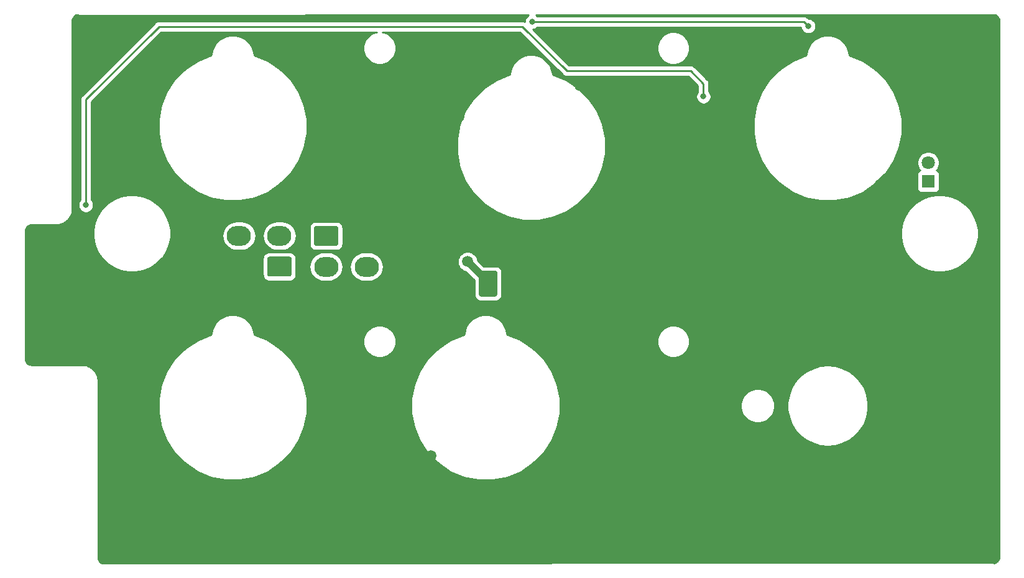
<source format=gbr>
%TF.GenerationSoftware,KiCad,Pcbnew,(5.1.12-1-10_14)*%
%TF.CreationDate,2021-11-27T18:06:18+11:00*%
%TF.ProjectId,SIM CNTL Panel PCB V2,53494d20-434e-4544-9c20-50616e656c20,rev?*%
%TF.SameCoordinates,Original*%
%TF.FileFunction,Copper,L2,Bot*%
%TF.FilePolarity,Positive*%
%FSLAX46Y46*%
G04 Gerber Fmt 4.6, Leading zero omitted, Abs format (unit mm)*
G04 Created by KiCad (PCBNEW (5.1.12-1-10_14)) date 2021-11-27 18:06:18*
%MOMM*%
%LPD*%
G01*
G04 APERTURE LIST*
%TA.AperFunction,ComponentPad*%
%ADD10O,3.300000X2.700000*%
%TD*%
%TA.AperFunction,ComponentPad*%
%ADD11C,1.800000*%
%TD*%
%TA.AperFunction,ComponentPad*%
%ADD12R,1.800000X1.800000*%
%TD*%
%TA.AperFunction,ViaPad*%
%ADD13C,1.500000*%
%TD*%
%TA.AperFunction,ViaPad*%
%ADD14C,0.800000*%
%TD*%
%TA.AperFunction,Conductor*%
%ADD15C,1.000000*%
%TD*%
%TA.AperFunction,Conductor*%
%ADD16C,0.250000*%
%TD*%
%TA.AperFunction,Conductor*%
%ADD17C,0.254000*%
%TD*%
%TA.AperFunction,Conductor*%
%ADD18C,0.100000*%
%TD*%
G04 APERTURE END LIST*
D10*
%TO.P,J1,4*%
%TO.N,/DATAIN*%
X110865000Y-83592600D03*
%TO.P,J1,3*%
%TO.N,/LEDGND*%
X110865000Y-87792600D03*
%TO.P,J1,2*%
%TO.N,/LED+5V*%
X116365000Y-83592600D03*
%TO.P,J1,1*%
%TA.AperFunction,ComponentPad*%
G36*
G01*
X117764999Y-89142600D02*
X114965001Y-89142600D01*
G75*
G02*
X114715000Y-88892599I0J250001D01*
G01*
X114715000Y-86692601D01*
G75*
G02*
X114965001Y-86442600I250001J0D01*
G01*
X117764999Y-86442600D01*
G75*
G02*
X118015000Y-86692601I0J-250001D01*
G01*
X118015000Y-88892599D01*
G75*
G02*
X117764999Y-89142600I-250001J0D01*
G01*
G37*
%TD.AperFunction*%
%TD*%
%TO.P,J2,4*%
%TO.N,/DATAOUT*%
X128225000Y-87809200D03*
%TO.P,J2,3*%
%TO.N,/LEDGND*%
X128225000Y-83609200D03*
%TO.P,J2,2*%
%TO.N,/LED+5V*%
X122725000Y-87809200D03*
%TO.P,J2,1*%
%TA.AperFunction,ComponentPad*%
G36*
G01*
X121325001Y-82259200D02*
X124124999Y-82259200D01*
G75*
G02*
X124375000Y-82509201I0J-250001D01*
G01*
X124375000Y-84709199D01*
G75*
G02*
X124124999Y-84959200I-250001J0D01*
G01*
X121325001Y-84959200D01*
G75*
G02*
X121075000Y-84709199I0J250001D01*
G01*
X121075000Y-82509201D01*
G75*
G02*
X121325001Y-82259200I250001J0D01*
G01*
G37*
%TD.AperFunction*%
%TD*%
D11*
%TO.P,D1,2*%
%TO.N,/LED+5V*%
X204725000Y-73625000D03*
D12*
%TO.P,D1,1*%
%TO.N,Net-(D1-Pad1)*%
X204725000Y-76165000D03*
%TD*%
%TO.P,C1,2*%
%TO.N,/LEDGND*%
%TA.AperFunction,SMDPad,CuDef*%
G36*
G01*
X145780000Y-85368000D02*
X143780000Y-85368000D01*
G75*
G02*
X143530000Y-85118000I0J250000D01*
G01*
X143530000Y-82118000D01*
G75*
G02*
X143780000Y-81868000I250000J0D01*
G01*
X145780000Y-81868000D01*
G75*
G02*
X146030000Y-82118000I0J-250000D01*
G01*
X146030000Y-85118000D01*
G75*
G02*
X145780000Y-85368000I-250000J0D01*
G01*
G37*
%TD.AperFunction*%
%TO.P,C1,1*%
%TO.N,/LED+5V*%
%TA.AperFunction,SMDPad,CuDef*%
G36*
G01*
X145780000Y-91868000D02*
X143780000Y-91868000D01*
G75*
G02*
X143530000Y-91618000I0J250000D01*
G01*
X143530000Y-88618000D01*
G75*
G02*
X143780000Y-88368000I250000J0D01*
G01*
X145780000Y-88368000D01*
G75*
G02*
X146030000Y-88618000I0J-250000D01*
G01*
X146030000Y-91618000D01*
G75*
G02*
X145780000Y-91868000I-250000J0D01*
G01*
G37*
%TD.AperFunction*%
%TD*%
D13*
%TO.N,/LEDGND*%
X98024800Y-103963800D03*
X142003800Y-92743200D03*
X140798600Y-67360700D03*
X182656700Y-99369300D03*
X198230400Y-76589200D03*
X100276100Y-74503600D03*
X149923000Y-93074000D03*
X134278300Y-93068900D03*
X178797300Y-66546800D03*
X169071100Y-108131300D03*
X182589600Y-94051900D03*
X173976600Y-112146900D03*
X180667900Y-75205300D03*
X184996100Y-58733600D03*
X145668500Y-61126600D03*
X104978800Y-58082300D03*
X137000000Y-113600000D03*
X91687600Y-99537600D03*
X91350000Y-93050000D03*
X90100000Y-87850000D03*
X95200000Y-71050000D03*
X115400000Y-79900000D03*
X125750000Y-69950000D03*
X124600000Y-61600000D03*
X135950000Y-71950000D03*
X136350000Y-80050000D03*
X142350000Y-81550000D03*
X156150000Y-82200000D03*
X157309600Y-63094000D03*
X119050000Y-94550000D03*
X105375000Y-95075000D03*
X98230500Y-111865500D03*
X107537500Y-122687500D03*
X119900000Y-119700000D03*
X125412500Y-108337500D03*
X182150000Y-122850000D03*
X174800000Y-125350000D03*
X160050000Y-108050000D03*
X155450000Y-97900000D03*
X162550000Y-92250000D03*
X154300000Y-118650000D03*
X142350000Y-121650000D03*
X196950000Y-125000000D03*
X202200000Y-123150000D03*
X209275000Y-125075000D03*
X213275000Y-112250000D03*
X205000000Y-112125000D03*
X211100000Y-97100000D03*
X206614100Y-99585900D03*
X203375000Y-93900000D03*
X195175000Y-95950000D03*
X195475000Y-88275000D03*
X190775000Y-83475000D03*
X206725000Y-70125000D03*
X202750000Y-58725000D03*
X164925000Y-73375000D03*
D14*
X118610000Y-60560000D03*
D13*
X175190000Y-78770000D03*
X99810000Y-62810000D03*
%TO.N,/LED+5V*%
X141986000Y-87122000D03*
D14*
%TO.N,Net-(D18-Pad2)*%
X150800000Y-54400000D03*
X188400000Y-55000000D03*
%TO.N,Net-(D26-Pad2)*%
X174100000Y-64600000D03*
X90000000Y-79400000D03*
%TD*%
D15*
%TO.N,/LED+5V*%
X144780000Y-90118000D02*
X144780000Y-89916000D01*
X144780000Y-89916000D02*
X141986000Y-87122000D01*
X141986000Y-87122000D02*
X141986000Y-87122000D01*
D16*
%TO.N,Net-(D18-Pad2)*%
X150800000Y-54400000D02*
X187800000Y-54400000D01*
X187800000Y-54400000D02*
X188400000Y-55000000D01*
X188400000Y-55000000D02*
X188400000Y-55000000D01*
%TO.N,Net-(D26-Pad2)*%
X155496044Y-61107210D02*
X149435824Y-55046990D01*
X149435824Y-55046990D02*
X99953010Y-55046990D01*
X90000000Y-65000000D02*
X90000000Y-79400000D01*
X99953010Y-55046990D02*
X90000000Y-65000000D01*
X174100000Y-64600000D02*
X174100000Y-62825000D01*
X174100000Y-62825000D02*
X172382210Y-61107210D01*
X172382210Y-61107210D02*
X155496044Y-61107210D01*
%TD*%
D17*
%TO.N,/LEDGND*%
X213830901Y-53481653D02*
X213974929Y-53558234D01*
X214101340Y-53661333D01*
X214205318Y-53787019D01*
X214282903Y-53930510D01*
X214331139Y-54086335D01*
X214350999Y-54275293D01*
X214351377Y-127374113D01*
X214332293Y-127568744D01*
X214285146Y-127724902D01*
X214208566Y-127868929D01*
X214105467Y-127995341D01*
X213979781Y-128099317D01*
X213836288Y-128176904D01*
X213724605Y-128211476D01*
X213622579Y-128180574D01*
X213514595Y-128169984D01*
X92470386Y-128221192D01*
X92362410Y-128231873D01*
X92278806Y-128257272D01*
X92188298Y-128229946D01*
X92044271Y-128153366D01*
X91917859Y-128050267D01*
X91813883Y-127924581D01*
X91736296Y-127781088D01*
X91688061Y-127625265D01*
X91668201Y-127436309D01*
X91668199Y-105772675D01*
X99869995Y-105772675D01*
X99869995Y-107767519D01*
X100259170Y-109724034D01*
X101022564Y-111567030D01*
X102130841Y-113225683D01*
X103541409Y-114636251D01*
X105200062Y-115744528D01*
X107043058Y-116507922D01*
X108999573Y-116897097D01*
X110994417Y-116897097D01*
X112950932Y-116507922D01*
X114793928Y-115744528D01*
X116452581Y-114636251D01*
X117863149Y-113225683D01*
X118971426Y-111567030D01*
X119734820Y-109724034D01*
X120123995Y-107767519D01*
X120123995Y-105772675D01*
X134309009Y-105772675D01*
X134309009Y-107767519D01*
X134698184Y-109724034D01*
X135461578Y-111567030D01*
X136569855Y-113225683D01*
X137980423Y-114636251D01*
X139639076Y-115744528D01*
X141482072Y-116507922D01*
X143438587Y-116897097D01*
X145433431Y-116897097D01*
X147389946Y-116507922D01*
X149232942Y-115744528D01*
X150891595Y-114636251D01*
X152302163Y-113225683D01*
X153410440Y-111567030D01*
X154173834Y-109724034D01*
X154563009Y-107767519D01*
X154563009Y-106540492D01*
X179166776Y-106540492D01*
X179166776Y-106999702D01*
X179256363Y-107450089D01*
X179432095Y-107874343D01*
X179687219Y-108256163D01*
X180011929Y-108580873D01*
X180393749Y-108835997D01*
X180818003Y-109011729D01*
X181268390Y-109101316D01*
X181727600Y-109101316D01*
X182177987Y-109011729D01*
X182602241Y-108835997D01*
X182984061Y-108580873D01*
X183308771Y-108256163D01*
X183563895Y-107874343D01*
X183739627Y-107450089D01*
X183829214Y-106999702D01*
X183829214Y-106540492D01*
X183773622Y-106261006D01*
X185529032Y-106261006D01*
X185529032Y-107279188D01*
X185716122Y-108280033D01*
X186083932Y-109229458D01*
X186619935Y-110095134D01*
X187305879Y-110847579D01*
X188118406Y-111461170D01*
X189029844Y-111915013D01*
X190009157Y-112193651D01*
X191022995Y-112287597D01*
X192036833Y-112193651D01*
X193016146Y-111915013D01*
X193927584Y-111461170D01*
X194740111Y-110847579D01*
X195426055Y-110095134D01*
X195962058Y-109229458D01*
X196329868Y-108280033D01*
X196516958Y-107279188D01*
X196516958Y-106261006D01*
X196329868Y-105260161D01*
X195962058Y-104310736D01*
X195426055Y-103445060D01*
X194740111Y-102692615D01*
X193927584Y-102079024D01*
X193016146Y-101625181D01*
X192036833Y-101346543D01*
X191022995Y-101252597D01*
X190009157Y-101346543D01*
X189029844Y-101625181D01*
X188118406Y-102079024D01*
X187305879Y-102692615D01*
X186619935Y-103445060D01*
X186083932Y-104310736D01*
X185716122Y-105260161D01*
X185529032Y-106261006D01*
X183773622Y-106261006D01*
X183739627Y-106090105D01*
X183563895Y-105665851D01*
X183308771Y-105284031D01*
X182984061Y-104959321D01*
X182602241Y-104704197D01*
X182177987Y-104528465D01*
X181727600Y-104438878D01*
X181268390Y-104438878D01*
X180818003Y-104528465D01*
X180393749Y-104704197D01*
X180011929Y-104959321D01*
X179687219Y-105284031D01*
X179432095Y-105665851D01*
X179256363Y-106090105D01*
X179166776Y-106540492D01*
X154563009Y-106540492D01*
X154563009Y-105772675D01*
X154173834Y-103816160D01*
X153410440Y-101973164D01*
X152302163Y-100314511D01*
X150891595Y-98903943D01*
X149232942Y-97795666D01*
X149198554Y-97781422D01*
X167780738Y-97781422D01*
X167780738Y-98218578D01*
X167866023Y-98647335D01*
X168033316Y-99051215D01*
X168276187Y-99414697D01*
X168585303Y-99723813D01*
X168948785Y-99966684D01*
X169352665Y-100133977D01*
X169781422Y-100219262D01*
X170218578Y-100219262D01*
X170647335Y-100133977D01*
X171051215Y-99966684D01*
X171414697Y-99723813D01*
X171723813Y-99414697D01*
X171966684Y-99051215D01*
X172133977Y-98647335D01*
X172219262Y-98218578D01*
X172219262Y-97781422D01*
X172133977Y-97352665D01*
X171966684Y-96948785D01*
X171723813Y-96585303D01*
X171414697Y-96276187D01*
X171051215Y-96033316D01*
X170647335Y-95866023D01*
X170218578Y-95780738D01*
X169781422Y-95780738D01*
X169352665Y-95866023D01*
X168948785Y-96033316D01*
X168585303Y-96276187D01*
X168276187Y-96585303D01*
X168033316Y-96948785D01*
X167866023Y-97352665D01*
X167780738Y-97781422D01*
X149198554Y-97781422D01*
X147389946Y-97032272D01*
X147349009Y-97024129D01*
X147349009Y-96958192D01*
X147237064Y-96395406D01*
X147017476Y-95865274D01*
X146698684Y-95388168D01*
X146292938Y-94982422D01*
X145815832Y-94663630D01*
X145285700Y-94444042D01*
X144722914Y-94332097D01*
X144149104Y-94332097D01*
X143586318Y-94444042D01*
X143056186Y-94663630D01*
X142579080Y-94982422D01*
X142173334Y-95388168D01*
X141854542Y-95865274D01*
X141634954Y-96395406D01*
X141523009Y-96958192D01*
X141523009Y-97024129D01*
X141482072Y-97032272D01*
X139639076Y-97795666D01*
X137980423Y-98903943D01*
X136569855Y-100314511D01*
X135461578Y-101973164D01*
X134698184Y-103816160D01*
X134309009Y-105772675D01*
X120123995Y-105772675D01*
X119734820Y-103816160D01*
X118971426Y-101973164D01*
X117863149Y-100314511D01*
X116452581Y-98903943D01*
X114793928Y-97795666D01*
X114759540Y-97781422D01*
X127780738Y-97781422D01*
X127780738Y-98218578D01*
X127866023Y-98647335D01*
X128033316Y-99051215D01*
X128276187Y-99414697D01*
X128585303Y-99723813D01*
X128948785Y-99966684D01*
X129352665Y-100133977D01*
X129781422Y-100219262D01*
X130218578Y-100219262D01*
X130647335Y-100133977D01*
X131051215Y-99966684D01*
X131414697Y-99723813D01*
X131723813Y-99414697D01*
X131966684Y-99051215D01*
X132133977Y-98647335D01*
X132219262Y-98218578D01*
X132219262Y-97781422D01*
X132133977Y-97352665D01*
X131966684Y-96948785D01*
X131723813Y-96585303D01*
X131414697Y-96276187D01*
X131051215Y-96033316D01*
X130647335Y-95866023D01*
X130218578Y-95780738D01*
X129781422Y-95780738D01*
X129352665Y-95866023D01*
X128948785Y-96033316D01*
X128585303Y-96276187D01*
X128276187Y-96585303D01*
X128033316Y-96948785D01*
X127866023Y-97352665D01*
X127780738Y-97781422D01*
X114759540Y-97781422D01*
X112950932Y-97032272D01*
X112909995Y-97024129D01*
X112909995Y-96958192D01*
X112798050Y-96395406D01*
X112578462Y-95865274D01*
X112259670Y-95388168D01*
X111853924Y-94982422D01*
X111376818Y-94663630D01*
X110846686Y-94444042D01*
X110283900Y-94332097D01*
X109710090Y-94332097D01*
X109147304Y-94444042D01*
X108617172Y-94663630D01*
X108140066Y-94982422D01*
X107734320Y-95388168D01*
X107415528Y-95865274D01*
X107195940Y-96395406D01*
X107083995Y-96958192D01*
X107083995Y-97024129D01*
X107043058Y-97032272D01*
X105200062Y-97795666D01*
X103541409Y-98903943D01*
X102130841Y-100314511D01*
X101022564Y-101973164D01*
X100259170Y-103816160D01*
X99869995Y-105772675D01*
X91668199Y-105772675D01*
X91668198Y-103388828D01*
X91668519Y-103347227D01*
X91665596Y-103314842D01*
X91665823Y-103282318D01*
X91664924Y-103273147D01*
X91634345Y-102982201D01*
X91622313Y-102923585D01*
X91611107Y-102864841D01*
X91608443Y-102856019D01*
X91521933Y-102576553D01*
X91498759Y-102521426D01*
X91476345Y-102465948D01*
X91472019Y-102457812D01*
X91332876Y-102200471D01*
X91299418Y-102150868D01*
X91266669Y-102100822D01*
X91260844Y-102093680D01*
X91074367Y-101868269D01*
X91031933Y-101826130D01*
X90990070Y-101783381D01*
X90982969Y-101777507D01*
X90756260Y-101592607D01*
X90706434Y-101559502D01*
X90657076Y-101525706D01*
X90648970Y-101521324D01*
X90390664Y-101383981D01*
X90335398Y-101361202D01*
X90280377Y-101337620D01*
X90271574Y-101334896D01*
X89991512Y-101250341D01*
X89932839Y-101238724D01*
X89874322Y-101226285D01*
X89865157Y-101225322D01*
X89574004Y-101196774D01*
X89573997Y-101196774D01*
X89541946Y-101193621D01*
X82633049Y-101194373D01*
X82438456Y-101175293D01*
X82282298Y-101128146D01*
X82138271Y-101051566D01*
X82011859Y-100948467D01*
X81907883Y-100822781D01*
X81830296Y-100679288D01*
X81782061Y-100523465D01*
X81762201Y-100334505D01*
X81761824Y-82963276D01*
X81780907Y-82768656D01*
X81784921Y-82755358D01*
X91003995Y-82755358D01*
X91003995Y-83794836D01*
X91206787Y-84814341D01*
X91604578Y-85774694D01*
X92182082Y-86638988D01*
X92917104Y-87374010D01*
X93781398Y-87951514D01*
X94741751Y-88349305D01*
X95761256Y-88552097D01*
X96800734Y-88552097D01*
X97820239Y-88349305D01*
X98780592Y-87951514D01*
X99644886Y-87374010D01*
X100326295Y-86692601D01*
X114076928Y-86692601D01*
X114076928Y-88892599D01*
X114093992Y-89065853D01*
X114144529Y-89232450D01*
X114226595Y-89385986D01*
X114337039Y-89520561D01*
X114471614Y-89631005D01*
X114625150Y-89713071D01*
X114791747Y-89763608D01*
X114965001Y-89780672D01*
X117764999Y-89780672D01*
X117938253Y-89763608D01*
X118104850Y-89713071D01*
X118258386Y-89631005D01*
X118392961Y-89520561D01*
X118503405Y-89385986D01*
X118585471Y-89232450D01*
X118636008Y-89065853D01*
X118653072Y-88892599D01*
X118653072Y-87809200D01*
X120430396Y-87809200D01*
X120468722Y-88198328D01*
X120582226Y-88572502D01*
X120766547Y-88917343D01*
X121014602Y-89219598D01*
X121316857Y-89467653D01*
X121661698Y-89651974D01*
X122035872Y-89765478D01*
X122327490Y-89794200D01*
X123122510Y-89794200D01*
X123414128Y-89765478D01*
X123788302Y-89651974D01*
X124133143Y-89467653D01*
X124435398Y-89219598D01*
X124683453Y-88917343D01*
X124867774Y-88572502D01*
X124981278Y-88198328D01*
X125019604Y-87809200D01*
X125930396Y-87809200D01*
X125968722Y-88198328D01*
X126082226Y-88572502D01*
X126266547Y-88917343D01*
X126514602Y-89219598D01*
X126816857Y-89467653D01*
X127161698Y-89651974D01*
X127535872Y-89765478D01*
X127827490Y-89794200D01*
X128622510Y-89794200D01*
X128914128Y-89765478D01*
X129288302Y-89651974D01*
X129633143Y-89467653D01*
X129935398Y-89219598D01*
X130183453Y-88917343D01*
X130367774Y-88572502D01*
X130481278Y-88198328D01*
X130519604Y-87809200D01*
X130481278Y-87420072D01*
X130367774Y-87045898D01*
X130335539Y-86985589D01*
X140601000Y-86985589D01*
X140601000Y-87258411D01*
X140654225Y-87525989D01*
X140758629Y-87778043D01*
X140910201Y-88004886D01*
X141103114Y-88197799D01*
X141329957Y-88349371D01*
X141582011Y-88453775D01*
X141745080Y-88486212D01*
X142891928Y-89633060D01*
X142891928Y-91618000D01*
X142908992Y-91791254D01*
X142959528Y-91957850D01*
X143041595Y-92111386D01*
X143152038Y-92245962D01*
X143286614Y-92356405D01*
X143440150Y-92438472D01*
X143606746Y-92489008D01*
X143780000Y-92506072D01*
X145780000Y-92506072D01*
X145953254Y-92489008D01*
X146119850Y-92438472D01*
X146273386Y-92356405D01*
X146407962Y-92245962D01*
X146518405Y-92111386D01*
X146600472Y-91957850D01*
X146651008Y-91791254D01*
X146668072Y-91618000D01*
X146668072Y-88618000D01*
X146651008Y-88444746D01*
X146600472Y-88278150D01*
X146518405Y-88124614D01*
X146407962Y-87990038D01*
X146273386Y-87879595D01*
X146119850Y-87797528D01*
X145953254Y-87746992D01*
X145780000Y-87729928D01*
X144199060Y-87729928D01*
X143350212Y-86881080D01*
X143317775Y-86718011D01*
X143213371Y-86465957D01*
X143061799Y-86239114D01*
X142868886Y-86046201D01*
X142642043Y-85894629D01*
X142389989Y-85790225D01*
X142122411Y-85737000D01*
X141849589Y-85737000D01*
X141582011Y-85790225D01*
X141329957Y-85894629D01*
X141103114Y-86046201D01*
X140910201Y-86239114D01*
X140758629Y-86465957D01*
X140654225Y-86718011D01*
X140601000Y-86985589D01*
X130335539Y-86985589D01*
X130183453Y-86701057D01*
X129935398Y-86398802D01*
X129633143Y-86150747D01*
X129288302Y-85966426D01*
X128914128Y-85852922D01*
X128622510Y-85824200D01*
X127827490Y-85824200D01*
X127535872Y-85852922D01*
X127161698Y-85966426D01*
X126816857Y-86150747D01*
X126514602Y-86398802D01*
X126266547Y-86701057D01*
X126082226Y-87045898D01*
X125968722Y-87420072D01*
X125930396Y-87809200D01*
X125019604Y-87809200D01*
X124981278Y-87420072D01*
X124867774Y-87045898D01*
X124683453Y-86701057D01*
X124435398Y-86398802D01*
X124133143Y-86150747D01*
X123788302Y-85966426D01*
X123414128Y-85852922D01*
X123122510Y-85824200D01*
X122327490Y-85824200D01*
X122035872Y-85852922D01*
X121661698Y-85966426D01*
X121316857Y-86150747D01*
X121014602Y-86398802D01*
X120766547Y-86701057D01*
X120582226Y-87045898D01*
X120468722Y-87420072D01*
X120430396Y-87809200D01*
X118653072Y-87809200D01*
X118653072Y-86692601D01*
X118636008Y-86519347D01*
X118585471Y-86352750D01*
X118503405Y-86199214D01*
X118392961Y-86064639D01*
X118258386Y-85954195D01*
X118104850Y-85872129D01*
X117938253Y-85821592D01*
X117764999Y-85804528D01*
X114965001Y-85804528D01*
X114791747Y-85821592D01*
X114625150Y-85872129D01*
X114471614Y-85954195D01*
X114337039Y-86064639D01*
X114226595Y-86199214D01*
X114144529Y-86352750D01*
X114093992Y-86519347D01*
X114076928Y-86692601D01*
X100326295Y-86692601D01*
X100379908Y-86638988D01*
X100957412Y-85774694D01*
X101355203Y-84814341D01*
X101557995Y-83794836D01*
X101557995Y-83592600D01*
X108570396Y-83592600D01*
X108608722Y-83981728D01*
X108722226Y-84355902D01*
X108906547Y-84700743D01*
X109154602Y-85002998D01*
X109456857Y-85251053D01*
X109801698Y-85435374D01*
X110175872Y-85548878D01*
X110467490Y-85577600D01*
X111262510Y-85577600D01*
X111554128Y-85548878D01*
X111928302Y-85435374D01*
X112273143Y-85251053D01*
X112575398Y-85002998D01*
X112823453Y-84700743D01*
X113007774Y-84355902D01*
X113121278Y-83981728D01*
X113159604Y-83592600D01*
X114070396Y-83592600D01*
X114108722Y-83981728D01*
X114222226Y-84355902D01*
X114406547Y-84700743D01*
X114654602Y-85002998D01*
X114956857Y-85251053D01*
X115301698Y-85435374D01*
X115675872Y-85548878D01*
X115967490Y-85577600D01*
X116762510Y-85577600D01*
X117054128Y-85548878D01*
X117428302Y-85435374D01*
X117773143Y-85251053D01*
X118075398Y-85002998D01*
X118323453Y-84700743D01*
X118507774Y-84355902D01*
X118621278Y-83981728D01*
X118659604Y-83592600D01*
X118621278Y-83203472D01*
X118507774Y-82829298D01*
X118336679Y-82509201D01*
X120436928Y-82509201D01*
X120436928Y-84709199D01*
X120453992Y-84882453D01*
X120504529Y-85049050D01*
X120586595Y-85202586D01*
X120697039Y-85337161D01*
X120831614Y-85447605D01*
X120985150Y-85529671D01*
X121151747Y-85580208D01*
X121325001Y-85597272D01*
X124124999Y-85597272D01*
X124298253Y-85580208D01*
X124464850Y-85529671D01*
X124618386Y-85447605D01*
X124752961Y-85337161D01*
X124863405Y-85202586D01*
X124945471Y-85049050D01*
X124996008Y-84882453D01*
X125013072Y-84709199D01*
X125013072Y-82755358D01*
X200985994Y-82755358D01*
X200985994Y-83794836D01*
X201188786Y-84814341D01*
X201586577Y-85774694D01*
X202164081Y-86638988D01*
X202899103Y-87374010D01*
X203763397Y-87951514D01*
X204723750Y-88349305D01*
X205743255Y-88552097D01*
X206782733Y-88552097D01*
X207802238Y-88349305D01*
X208762591Y-87951514D01*
X209626885Y-87374010D01*
X210361907Y-86638988D01*
X210939411Y-85774694D01*
X211337202Y-84814341D01*
X211539994Y-83794836D01*
X211539994Y-82755358D01*
X211337202Y-81735853D01*
X210939411Y-80775500D01*
X210361907Y-79911206D01*
X209626885Y-79176184D01*
X208762591Y-78598680D01*
X207802238Y-78200889D01*
X206782733Y-77998097D01*
X205743255Y-77998097D01*
X204723750Y-78200889D01*
X203763397Y-78598680D01*
X202899103Y-79176184D01*
X202164081Y-79911206D01*
X201586577Y-80775500D01*
X201188786Y-81735853D01*
X200985994Y-82755358D01*
X125013072Y-82755358D01*
X125013072Y-82509201D01*
X124996008Y-82335947D01*
X124945471Y-82169350D01*
X124863405Y-82015814D01*
X124752961Y-81881239D01*
X124618386Y-81770795D01*
X124464850Y-81688729D01*
X124298253Y-81638192D01*
X124124999Y-81621128D01*
X121325001Y-81621128D01*
X121151747Y-81638192D01*
X120985150Y-81688729D01*
X120831614Y-81770795D01*
X120697039Y-81881239D01*
X120586595Y-82015814D01*
X120504529Y-82169350D01*
X120453992Y-82335947D01*
X120436928Y-82509201D01*
X118336679Y-82509201D01*
X118323453Y-82484457D01*
X118075398Y-82182202D01*
X117773143Y-81934147D01*
X117428302Y-81749826D01*
X117054128Y-81636322D01*
X116762510Y-81607600D01*
X115967490Y-81607600D01*
X115675872Y-81636322D01*
X115301698Y-81749826D01*
X114956857Y-81934147D01*
X114654602Y-82182202D01*
X114406547Y-82484457D01*
X114222226Y-82829298D01*
X114108722Y-83203472D01*
X114070396Y-83592600D01*
X113159604Y-83592600D01*
X113121278Y-83203472D01*
X113007774Y-82829298D01*
X112823453Y-82484457D01*
X112575398Y-82182202D01*
X112273143Y-81934147D01*
X111928302Y-81749826D01*
X111554128Y-81636322D01*
X111262510Y-81607600D01*
X110467490Y-81607600D01*
X110175872Y-81636322D01*
X109801698Y-81749826D01*
X109456857Y-81934147D01*
X109154602Y-82182202D01*
X108906547Y-82484457D01*
X108722226Y-82829298D01*
X108608722Y-83203472D01*
X108570396Y-83592600D01*
X101557995Y-83592600D01*
X101557995Y-82755358D01*
X101355203Y-81735853D01*
X100957412Y-80775500D01*
X100379908Y-79911206D01*
X99644886Y-79176184D01*
X98780592Y-78598680D01*
X97820239Y-78200889D01*
X96800734Y-77998097D01*
X95761256Y-77998097D01*
X94741751Y-78200889D01*
X93781398Y-78598680D01*
X92917104Y-79176184D01*
X92182082Y-79911206D01*
X91604578Y-80775500D01*
X91206787Y-81735853D01*
X91003995Y-82755358D01*
X81784921Y-82755358D01*
X81828053Y-82612499D01*
X81904634Y-82468471D01*
X82007733Y-82342060D01*
X82133419Y-82238082D01*
X82276910Y-82160497D01*
X82432735Y-82112261D01*
X82621692Y-82092401D01*
X85968175Y-82092398D01*
X86009773Y-82092719D01*
X86042158Y-82089796D01*
X86074682Y-82090023D01*
X86083853Y-82089124D01*
X86374800Y-82058545D01*
X86433416Y-82046513D01*
X86492160Y-82035307D01*
X86500982Y-82032643D01*
X86780447Y-81946133D01*
X86835611Y-81922944D01*
X86891051Y-81900545D01*
X86899188Y-81896219D01*
X87156528Y-81757076D01*
X87206114Y-81723630D01*
X87256178Y-81690869D01*
X87263319Y-81685045D01*
X87488731Y-81498567D01*
X87530870Y-81456133D01*
X87573619Y-81414270D01*
X87579493Y-81407169D01*
X87764393Y-81180460D01*
X87797505Y-81130623D01*
X87831293Y-81081276D01*
X87835676Y-81073170D01*
X87973019Y-80814864D01*
X87995798Y-80759598D01*
X88019380Y-80704577D01*
X88022104Y-80695774D01*
X88106659Y-80415711D01*
X88118275Y-80357046D01*
X88130715Y-80298522D01*
X88131678Y-80289357D01*
X88153902Y-80062700D01*
X88153957Y-80062518D01*
X88160058Y-79999917D01*
X88160226Y-79998204D01*
X88160226Y-79998194D01*
X88163408Y-79965544D01*
X88137256Y-54311751D01*
X88156307Y-54117456D01*
X88203453Y-53961299D01*
X88280034Y-53817271D01*
X88383133Y-53690860D01*
X88508819Y-53586882D01*
X88652310Y-53509297D01*
X88764008Y-53474720D01*
X88865864Y-53505595D01*
X88973847Y-53516208D01*
X150278734Y-53503515D01*
X150140226Y-53596063D01*
X149996063Y-53740226D01*
X149882795Y-53909744D01*
X149804774Y-54098102D01*
X149765000Y-54298061D01*
X149765000Y-54361183D01*
X149728071Y-54341444D01*
X149584810Y-54297987D01*
X149473157Y-54286990D01*
X149473146Y-54286990D01*
X149435824Y-54283314D01*
X149398502Y-54286990D01*
X99990335Y-54286990D01*
X99953010Y-54283314D01*
X99915685Y-54286990D01*
X99915677Y-54286990D01*
X99804024Y-54297987D01*
X99660763Y-54341444D01*
X99528734Y-54412016D01*
X99413009Y-54506989D01*
X99389211Y-54535987D01*
X89489003Y-64436196D01*
X89459999Y-64459999D01*
X89428763Y-64498061D01*
X89365026Y-64575724D01*
X89341078Y-64620527D01*
X89294454Y-64707754D01*
X89250997Y-64851015D01*
X89240000Y-64962668D01*
X89240000Y-64962678D01*
X89236324Y-65000000D01*
X89240000Y-65037322D01*
X89240001Y-78696288D01*
X89196063Y-78740226D01*
X89082795Y-78909744D01*
X89004774Y-79098102D01*
X88965000Y-79298061D01*
X88965000Y-79501939D01*
X89004774Y-79701898D01*
X89082795Y-79890256D01*
X89196063Y-80059774D01*
X89340226Y-80203937D01*
X89509744Y-80317205D01*
X89698102Y-80395226D01*
X89898061Y-80435000D01*
X90101939Y-80435000D01*
X90301898Y-80395226D01*
X90490256Y-80317205D01*
X90659774Y-80203937D01*
X90803937Y-80059774D01*
X90917205Y-79890256D01*
X90995226Y-79701898D01*
X91035000Y-79501939D01*
X91035000Y-79298061D01*
X90995226Y-79098102D01*
X90917205Y-78909744D01*
X90803937Y-78740226D01*
X90760000Y-78696289D01*
X90760000Y-67672675D01*
X99869995Y-67672675D01*
X99869995Y-69667519D01*
X100259170Y-71624034D01*
X101022564Y-73467030D01*
X102130841Y-75125683D01*
X103541409Y-76536251D01*
X105200062Y-77644528D01*
X107043058Y-78407922D01*
X108999573Y-78797097D01*
X110994417Y-78797097D01*
X112950932Y-78407922D01*
X114793928Y-77644528D01*
X116452581Y-76536251D01*
X117863149Y-75125683D01*
X118971426Y-73467030D01*
X119734820Y-71624034D01*
X119990294Y-70339675D01*
X140509995Y-70339675D01*
X140509995Y-72334519D01*
X140899170Y-74291034D01*
X141662564Y-76134030D01*
X142770841Y-77792683D01*
X144181409Y-79203251D01*
X145840062Y-80311528D01*
X147683058Y-81074922D01*
X149639573Y-81464097D01*
X151634417Y-81464097D01*
X153590932Y-81074922D01*
X155433928Y-80311528D01*
X157092581Y-79203251D01*
X158503149Y-77792683D01*
X159611426Y-76134030D01*
X160374820Y-74291034D01*
X160763995Y-72334519D01*
X160763995Y-70339675D01*
X160374820Y-68383160D01*
X160080528Y-67672675D01*
X180895995Y-67672675D01*
X180895995Y-69667519D01*
X181285170Y-71624034D01*
X182048564Y-73467030D01*
X183156841Y-75125683D01*
X184567409Y-76536251D01*
X186226062Y-77644528D01*
X188069058Y-78407922D01*
X190025573Y-78797097D01*
X192020417Y-78797097D01*
X193976932Y-78407922D01*
X195819928Y-77644528D01*
X197478581Y-76536251D01*
X198749832Y-75265000D01*
X203186928Y-75265000D01*
X203186928Y-77065000D01*
X203199188Y-77189482D01*
X203235498Y-77309180D01*
X203294463Y-77419494D01*
X203373815Y-77516185D01*
X203470506Y-77595537D01*
X203580820Y-77654502D01*
X203700518Y-77690812D01*
X203825000Y-77703072D01*
X205625000Y-77703072D01*
X205749482Y-77690812D01*
X205869180Y-77654502D01*
X205979494Y-77595537D01*
X206076185Y-77516185D01*
X206155537Y-77419494D01*
X206214502Y-77309180D01*
X206250812Y-77189482D01*
X206263072Y-77065000D01*
X206263072Y-75265000D01*
X206250812Y-75140518D01*
X206214502Y-75020820D01*
X206155537Y-74910506D01*
X206076185Y-74813815D01*
X205979494Y-74734463D01*
X205869180Y-74675498D01*
X205850873Y-74669944D01*
X205917312Y-74603505D01*
X206085299Y-74352095D01*
X206201011Y-74072743D01*
X206260000Y-73776184D01*
X206260000Y-73473816D01*
X206201011Y-73177257D01*
X206085299Y-72897905D01*
X205917312Y-72646495D01*
X205703505Y-72432688D01*
X205452095Y-72264701D01*
X205172743Y-72148989D01*
X204876184Y-72090000D01*
X204573816Y-72090000D01*
X204277257Y-72148989D01*
X203997905Y-72264701D01*
X203746495Y-72432688D01*
X203532688Y-72646495D01*
X203364701Y-72897905D01*
X203248989Y-73177257D01*
X203190000Y-73473816D01*
X203190000Y-73776184D01*
X203248989Y-74072743D01*
X203364701Y-74352095D01*
X203532688Y-74603505D01*
X203599127Y-74669944D01*
X203580820Y-74675498D01*
X203470506Y-74734463D01*
X203373815Y-74813815D01*
X203294463Y-74910506D01*
X203235498Y-75020820D01*
X203199188Y-75140518D01*
X203186928Y-75265000D01*
X198749832Y-75265000D01*
X198889149Y-75125683D01*
X199997426Y-73467030D01*
X200760820Y-71624034D01*
X201149995Y-69667519D01*
X201149995Y-67672675D01*
X200760820Y-65716160D01*
X199997426Y-63873164D01*
X198889149Y-62214511D01*
X197478581Y-60803943D01*
X195819928Y-59695666D01*
X193976932Y-58932272D01*
X193935995Y-58924129D01*
X193935995Y-58858192D01*
X193824050Y-58295406D01*
X193604462Y-57765274D01*
X193285670Y-57288168D01*
X192879924Y-56882422D01*
X192402818Y-56563630D01*
X191872686Y-56344042D01*
X191309900Y-56232097D01*
X190736090Y-56232097D01*
X190173304Y-56344042D01*
X189643172Y-56563630D01*
X189166066Y-56882422D01*
X188760320Y-57288168D01*
X188441528Y-57765274D01*
X188221940Y-58295406D01*
X188109995Y-58858192D01*
X188109995Y-58924129D01*
X188069058Y-58932272D01*
X186226062Y-59695666D01*
X184567409Y-60803943D01*
X183156841Y-62214511D01*
X182048564Y-63873164D01*
X181285170Y-65716160D01*
X180895995Y-67672675D01*
X160080528Y-67672675D01*
X159611426Y-66540164D01*
X158503149Y-64881511D01*
X157092581Y-63470943D01*
X155433928Y-62362666D01*
X153590932Y-61599272D01*
X153549995Y-61591129D01*
X153549995Y-61525192D01*
X153438050Y-60962406D01*
X153218462Y-60432274D01*
X152899670Y-59955168D01*
X152493924Y-59549422D01*
X152016818Y-59230630D01*
X151486686Y-59011042D01*
X150923900Y-58899097D01*
X150350090Y-58899097D01*
X149787304Y-59011042D01*
X149257172Y-59230630D01*
X148780066Y-59549422D01*
X148374320Y-59955168D01*
X148055528Y-60432274D01*
X147835940Y-60962406D01*
X147723995Y-61525192D01*
X147723995Y-61591129D01*
X147683058Y-61599272D01*
X145840062Y-62362666D01*
X144181409Y-63470943D01*
X142770841Y-64881511D01*
X141662564Y-66540164D01*
X140899170Y-68383160D01*
X140509995Y-70339675D01*
X119990294Y-70339675D01*
X120123995Y-69667519D01*
X120123995Y-67672675D01*
X119734820Y-65716160D01*
X118971426Y-63873164D01*
X117863149Y-62214511D01*
X116452581Y-60803943D01*
X114793928Y-59695666D01*
X112950932Y-58932272D01*
X112909995Y-58924129D01*
X112909995Y-58858192D01*
X112798050Y-58295406D01*
X112578462Y-57765274D01*
X112259670Y-57288168D01*
X111853924Y-56882422D01*
X111376818Y-56563630D01*
X110846686Y-56344042D01*
X110283900Y-56232097D01*
X109710090Y-56232097D01*
X109147304Y-56344042D01*
X108617172Y-56563630D01*
X108140066Y-56882422D01*
X107734320Y-57288168D01*
X107415528Y-57765274D01*
X107195940Y-58295406D01*
X107083995Y-58858192D01*
X107083995Y-58924129D01*
X107043058Y-58932272D01*
X105200062Y-59695666D01*
X103541409Y-60803943D01*
X102130841Y-62214511D01*
X101022564Y-63873164D01*
X100259170Y-65716160D01*
X99869995Y-67672675D01*
X90760000Y-67672675D01*
X90760000Y-65314801D01*
X100267812Y-55806990D01*
X129649444Y-55806990D01*
X129352665Y-55866023D01*
X128948785Y-56033316D01*
X128585303Y-56276187D01*
X128276187Y-56585303D01*
X128033316Y-56948785D01*
X127866023Y-57352665D01*
X127780738Y-57781422D01*
X127780738Y-58218578D01*
X127866023Y-58647335D01*
X128033316Y-59051215D01*
X128276187Y-59414697D01*
X128585303Y-59723813D01*
X128948785Y-59966684D01*
X129352665Y-60133977D01*
X129781422Y-60219262D01*
X130218578Y-60219262D01*
X130647335Y-60133977D01*
X131051215Y-59966684D01*
X131414697Y-59723813D01*
X131723813Y-59414697D01*
X131966684Y-59051215D01*
X132133977Y-58647335D01*
X132219262Y-58218578D01*
X132219262Y-57781422D01*
X132133977Y-57352665D01*
X131966684Y-56948785D01*
X131723813Y-56585303D01*
X131414697Y-56276187D01*
X131051215Y-56033316D01*
X130647335Y-55866023D01*
X130350556Y-55806990D01*
X149121023Y-55806990D01*
X154932244Y-61618212D01*
X154956043Y-61647211D01*
X155071768Y-61742184D01*
X155203797Y-61812756D01*
X155347058Y-61856213D01*
X155458711Y-61867210D01*
X155458720Y-61867210D01*
X155496043Y-61870886D01*
X155533366Y-61867210D01*
X172067409Y-61867210D01*
X173340001Y-63139803D01*
X173340000Y-63896289D01*
X173296063Y-63940226D01*
X173182795Y-64109744D01*
X173104774Y-64298102D01*
X173065000Y-64498061D01*
X173065000Y-64701939D01*
X173104774Y-64901898D01*
X173182795Y-65090256D01*
X173296063Y-65259774D01*
X173440226Y-65403937D01*
X173609744Y-65517205D01*
X173798102Y-65595226D01*
X173998061Y-65635000D01*
X174201939Y-65635000D01*
X174401898Y-65595226D01*
X174590256Y-65517205D01*
X174759774Y-65403937D01*
X174903937Y-65259774D01*
X175017205Y-65090256D01*
X175095226Y-64901898D01*
X175135000Y-64701939D01*
X175135000Y-64498061D01*
X175095226Y-64298102D01*
X175017205Y-64109744D01*
X174903937Y-63940226D01*
X174860000Y-63896289D01*
X174860000Y-62862323D01*
X174863676Y-62825000D01*
X174860000Y-62787677D01*
X174860000Y-62787667D01*
X174849003Y-62676014D01*
X174805546Y-62532753D01*
X174734974Y-62400723D01*
X174663799Y-62313997D01*
X174640001Y-62284999D01*
X174611003Y-62261201D01*
X172946014Y-60596213D01*
X172922211Y-60567209D01*
X172806486Y-60472236D01*
X172674457Y-60401664D01*
X172531196Y-60358207D01*
X172419543Y-60347210D01*
X172419532Y-60347210D01*
X172382210Y-60343534D01*
X172344888Y-60347210D01*
X155810846Y-60347210D01*
X153245058Y-57781422D01*
X167780738Y-57781422D01*
X167780738Y-58218578D01*
X167866023Y-58647335D01*
X168033316Y-59051215D01*
X168276187Y-59414697D01*
X168585303Y-59723813D01*
X168948785Y-59966684D01*
X169352665Y-60133977D01*
X169781422Y-60219262D01*
X170218578Y-60219262D01*
X170647335Y-60133977D01*
X171051215Y-59966684D01*
X171414697Y-59723813D01*
X171723813Y-59414697D01*
X171966684Y-59051215D01*
X172133977Y-58647335D01*
X172219262Y-58218578D01*
X172219262Y-57781422D01*
X172133977Y-57352665D01*
X171966684Y-56948785D01*
X171723813Y-56585303D01*
X171414697Y-56276187D01*
X171051215Y-56033316D01*
X170647335Y-55866023D01*
X170218578Y-55780738D01*
X169781422Y-55780738D01*
X169352665Y-55866023D01*
X168948785Y-56033316D01*
X168585303Y-56276187D01*
X168276187Y-56585303D01*
X168033316Y-56948785D01*
X167866023Y-57352665D01*
X167780738Y-57781422D01*
X153245058Y-57781422D01*
X150898635Y-55435000D01*
X150901939Y-55435000D01*
X151101898Y-55395226D01*
X151290256Y-55317205D01*
X151459774Y-55203937D01*
X151503711Y-55160000D01*
X187376549Y-55160000D01*
X187404774Y-55301898D01*
X187482795Y-55490256D01*
X187596063Y-55659774D01*
X187740226Y-55803937D01*
X187909744Y-55917205D01*
X188098102Y-55995226D01*
X188298061Y-56035000D01*
X188501939Y-56035000D01*
X188701898Y-55995226D01*
X188890256Y-55917205D01*
X189059774Y-55803937D01*
X189203937Y-55659774D01*
X189317205Y-55490256D01*
X189395226Y-55301898D01*
X189435000Y-55101939D01*
X189435000Y-54898061D01*
X189395226Y-54698102D01*
X189317205Y-54509744D01*
X189203937Y-54340226D01*
X189059774Y-54196063D01*
X188890256Y-54082795D01*
X188701898Y-54004774D01*
X188501939Y-53965000D01*
X188439801Y-53965000D01*
X188363803Y-53889002D01*
X188340001Y-53859999D01*
X188224276Y-53765026D01*
X188092247Y-53694454D01*
X187948986Y-53650997D01*
X187837333Y-53640000D01*
X187837322Y-53640000D01*
X187800000Y-53636324D01*
X187762678Y-53640000D01*
X151503711Y-53640000D01*
X151459774Y-53596063D01*
X151320943Y-53503300D01*
X213548656Y-53490416D01*
X213656634Y-53479759D01*
X213740400Y-53454330D01*
X213830901Y-53481653D01*
%TA.AperFunction,Conductor*%
D18*
G36*
X213830901Y-53481653D02*
G01*
X213974929Y-53558234D01*
X214101340Y-53661333D01*
X214205318Y-53787019D01*
X214282903Y-53930510D01*
X214331139Y-54086335D01*
X214350999Y-54275293D01*
X214351377Y-127374113D01*
X214332293Y-127568744D01*
X214285146Y-127724902D01*
X214208566Y-127868929D01*
X214105467Y-127995341D01*
X213979781Y-128099317D01*
X213836288Y-128176904D01*
X213724605Y-128211476D01*
X213622579Y-128180574D01*
X213514595Y-128169984D01*
X92470386Y-128221192D01*
X92362410Y-128231873D01*
X92278806Y-128257272D01*
X92188298Y-128229946D01*
X92044271Y-128153366D01*
X91917859Y-128050267D01*
X91813883Y-127924581D01*
X91736296Y-127781088D01*
X91688061Y-127625265D01*
X91668201Y-127436309D01*
X91668199Y-105772675D01*
X99869995Y-105772675D01*
X99869995Y-107767519D01*
X100259170Y-109724034D01*
X101022564Y-111567030D01*
X102130841Y-113225683D01*
X103541409Y-114636251D01*
X105200062Y-115744528D01*
X107043058Y-116507922D01*
X108999573Y-116897097D01*
X110994417Y-116897097D01*
X112950932Y-116507922D01*
X114793928Y-115744528D01*
X116452581Y-114636251D01*
X117863149Y-113225683D01*
X118971426Y-111567030D01*
X119734820Y-109724034D01*
X120123995Y-107767519D01*
X120123995Y-105772675D01*
X134309009Y-105772675D01*
X134309009Y-107767519D01*
X134698184Y-109724034D01*
X135461578Y-111567030D01*
X136569855Y-113225683D01*
X137980423Y-114636251D01*
X139639076Y-115744528D01*
X141482072Y-116507922D01*
X143438587Y-116897097D01*
X145433431Y-116897097D01*
X147389946Y-116507922D01*
X149232942Y-115744528D01*
X150891595Y-114636251D01*
X152302163Y-113225683D01*
X153410440Y-111567030D01*
X154173834Y-109724034D01*
X154563009Y-107767519D01*
X154563009Y-106540492D01*
X179166776Y-106540492D01*
X179166776Y-106999702D01*
X179256363Y-107450089D01*
X179432095Y-107874343D01*
X179687219Y-108256163D01*
X180011929Y-108580873D01*
X180393749Y-108835997D01*
X180818003Y-109011729D01*
X181268390Y-109101316D01*
X181727600Y-109101316D01*
X182177987Y-109011729D01*
X182602241Y-108835997D01*
X182984061Y-108580873D01*
X183308771Y-108256163D01*
X183563895Y-107874343D01*
X183739627Y-107450089D01*
X183829214Y-106999702D01*
X183829214Y-106540492D01*
X183773622Y-106261006D01*
X185529032Y-106261006D01*
X185529032Y-107279188D01*
X185716122Y-108280033D01*
X186083932Y-109229458D01*
X186619935Y-110095134D01*
X187305879Y-110847579D01*
X188118406Y-111461170D01*
X189029844Y-111915013D01*
X190009157Y-112193651D01*
X191022995Y-112287597D01*
X192036833Y-112193651D01*
X193016146Y-111915013D01*
X193927584Y-111461170D01*
X194740111Y-110847579D01*
X195426055Y-110095134D01*
X195962058Y-109229458D01*
X196329868Y-108280033D01*
X196516958Y-107279188D01*
X196516958Y-106261006D01*
X196329868Y-105260161D01*
X195962058Y-104310736D01*
X195426055Y-103445060D01*
X194740111Y-102692615D01*
X193927584Y-102079024D01*
X193016146Y-101625181D01*
X192036833Y-101346543D01*
X191022995Y-101252597D01*
X190009157Y-101346543D01*
X189029844Y-101625181D01*
X188118406Y-102079024D01*
X187305879Y-102692615D01*
X186619935Y-103445060D01*
X186083932Y-104310736D01*
X185716122Y-105260161D01*
X185529032Y-106261006D01*
X183773622Y-106261006D01*
X183739627Y-106090105D01*
X183563895Y-105665851D01*
X183308771Y-105284031D01*
X182984061Y-104959321D01*
X182602241Y-104704197D01*
X182177987Y-104528465D01*
X181727600Y-104438878D01*
X181268390Y-104438878D01*
X180818003Y-104528465D01*
X180393749Y-104704197D01*
X180011929Y-104959321D01*
X179687219Y-105284031D01*
X179432095Y-105665851D01*
X179256363Y-106090105D01*
X179166776Y-106540492D01*
X154563009Y-106540492D01*
X154563009Y-105772675D01*
X154173834Y-103816160D01*
X153410440Y-101973164D01*
X152302163Y-100314511D01*
X150891595Y-98903943D01*
X149232942Y-97795666D01*
X149198554Y-97781422D01*
X167780738Y-97781422D01*
X167780738Y-98218578D01*
X167866023Y-98647335D01*
X168033316Y-99051215D01*
X168276187Y-99414697D01*
X168585303Y-99723813D01*
X168948785Y-99966684D01*
X169352665Y-100133977D01*
X169781422Y-100219262D01*
X170218578Y-100219262D01*
X170647335Y-100133977D01*
X171051215Y-99966684D01*
X171414697Y-99723813D01*
X171723813Y-99414697D01*
X171966684Y-99051215D01*
X172133977Y-98647335D01*
X172219262Y-98218578D01*
X172219262Y-97781422D01*
X172133977Y-97352665D01*
X171966684Y-96948785D01*
X171723813Y-96585303D01*
X171414697Y-96276187D01*
X171051215Y-96033316D01*
X170647335Y-95866023D01*
X170218578Y-95780738D01*
X169781422Y-95780738D01*
X169352665Y-95866023D01*
X168948785Y-96033316D01*
X168585303Y-96276187D01*
X168276187Y-96585303D01*
X168033316Y-96948785D01*
X167866023Y-97352665D01*
X167780738Y-97781422D01*
X149198554Y-97781422D01*
X147389946Y-97032272D01*
X147349009Y-97024129D01*
X147349009Y-96958192D01*
X147237064Y-96395406D01*
X147017476Y-95865274D01*
X146698684Y-95388168D01*
X146292938Y-94982422D01*
X145815832Y-94663630D01*
X145285700Y-94444042D01*
X144722914Y-94332097D01*
X144149104Y-94332097D01*
X143586318Y-94444042D01*
X143056186Y-94663630D01*
X142579080Y-94982422D01*
X142173334Y-95388168D01*
X141854542Y-95865274D01*
X141634954Y-96395406D01*
X141523009Y-96958192D01*
X141523009Y-97024129D01*
X141482072Y-97032272D01*
X139639076Y-97795666D01*
X137980423Y-98903943D01*
X136569855Y-100314511D01*
X135461578Y-101973164D01*
X134698184Y-103816160D01*
X134309009Y-105772675D01*
X120123995Y-105772675D01*
X119734820Y-103816160D01*
X118971426Y-101973164D01*
X117863149Y-100314511D01*
X116452581Y-98903943D01*
X114793928Y-97795666D01*
X114759540Y-97781422D01*
X127780738Y-97781422D01*
X127780738Y-98218578D01*
X127866023Y-98647335D01*
X128033316Y-99051215D01*
X128276187Y-99414697D01*
X128585303Y-99723813D01*
X128948785Y-99966684D01*
X129352665Y-100133977D01*
X129781422Y-100219262D01*
X130218578Y-100219262D01*
X130647335Y-100133977D01*
X131051215Y-99966684D01*
X131414697Y-99723813D01*
X131723813Y-99414697D01*
X131966684Y-99051215D01*
X132133977Y-98647335D01*
X132219262Y-98218578D01*
X132219262Y-97781422D01*
X132133977Y-97352665D01*
X131966684Y-96948785D01*
X131723813Y-96585303D01*
X131414697Y-96276187D01*
X131051215Y-96033316D01*
X130647335Y-95866023D01*
X130218578Y-95780738D01*
X129781422Y-95780738D01*
X129352665Y-95866023D01*
X128948785Y-96033316D01*
X128585303Y-96276187D01*
X128276187Y-96585303D01*
X128033316Y-96948785D01*
X127866023Y-97352665D01*
X127780738Y-97781422D01*
X114759540Y-97781422D01*
X112950932Y-97032272D01*
X112909995Y-97024129D01*
X112909995Y-96958192D01*
X112798050Y-96395406D01*
X112578462Y-95865274D01*
X112259670Y-95388168D01*
X111853924Y-94982422D01*
X111376818Y-94663630D01*
X110846686Y-94444042D01*
X110283900Y-94332097D01*
X109710090Y-94332097D01*
X109147304Y-94444042D01*
X108617172Y-94663630D01*
X108140066Y-94982422D01*
X107734320Y-95388168D01*
X107415528Y-95865274D01*
X107195940Y-96395406D01*
X107083995Y-96958192D01*
X107083995Y-97024129D01*
X107043058Y-97032272D01*
X105200062Y-97795666D01*
X103541409Y-98903943D01*
X102130841Y-100314511D01*
X101022564Y-101973164D01*
X100259170Y-103816160D01*
X99869995Y-105772675D01*
X91668199Y-105772675D01*
X91668198Y-103388828D01*
X91668519Y-103347227D01*
X91665596Y-103314842D01*
X91665823Y-103282318D01*
X91664924Y-103273147D01*
X91634345Y-102982201D01*
X91622313Y-102923585D01*
X91611107Y-102864841D01*
X91608443Y-102856019D01*
X91521933Y-102576553D01*
X91498759Y-102521426D01*
X91476345Y-102465948D01*
X91472019Y-102457812D01*
X91332876Y-102200471D01*
X91299418Y-102150868D01*
X91266669Y-102100822D01*
X91260844Y-102093680D01*
X91074367Y-101868269D01*
X91031933Y-101826130D01*
X90990070Y-101783381D01*
X90982969Y-101777507D01*
X90756260Y-101592607D01*
X90706434Y-101559502D01*
X90657076Y-101525706D01*
X90648970Y-101521324D01*
X90390664Y-101383981D01*
X90335398Y-101361202D01*
X90280377Y-101337620D01*
X90271574Y-101334896D01*
X89991512Y-101250341D01*
X89932839Y-101238724D01*
X89874322Y-101226285D01*
X89865157Y-101225322D01*
X89574004Y-101196774D01*
X89573997Y-101196774D01*
X89541946Y-101193621D01*
X82633049Y-101194373D01*
X82438456Y-101175293D01*
X82282298Y-101128146D01*
X82138271Y-101051566D01*
X82011859Y-100948467D01*
X81907883Y-100822781D01*
X81830296Y-100679288D01*
X81782061Y-100523465D01*
X81762201Y-100334505D01*
X81761824Y-82963276D01*
X81780907Y-82768656D01*
X81784921Y-82755358D01*
X91003995Y-82755358D01*
X91003995Y-83794836D01*
X91206787Y-84814341D01*
X91604578Y-85774694D01*
X92182082Y-86638988D01*
X92917104Y-87374010D01*
X93781398Y-87951514D01*
X94741751Y-88349305D01*
X95761256Y-88552097D01*
X96800734Y-88552097D01*
X97820239Y-88349305D01*
X98780592Y-87951514D01*
X99644886Y-87374010D01*
X100326295Y-86692601D01*
X114076928Y-86692601D01*
X114076928Y-88892599D01*
X114093992Y-89065853D01*
X114144529Y-89232450D01*
X114226595Y-89385986D01*
X114337039Y-89520561D01*
X114471614Y-89631005D01*
X114625150Y-89713071D01*
X114791747Y-89763608D01*
X114965001Y-89780672D01*
X117764999Y-89780672D01*
X117938253Y-89763608D01*
X118104850Y-89713071D01*
X118258386Y-89631005D01*
X118392961Y-89520561D01*
X118503405Y-89385986D01*
X118585471Y-89232450D01*
X118636008Y-89065853D01*
X118653072Y-88892599D01*
X118653072Y-87809200D01*
X120430396Y-87809200D01*
X120468722Y-88198328D01*
X120582226Y-88572502D01*
X120766547Y-88917343D01*
X121014602Y-89219598D01*
X121316857Y-89467653D01*
X121661698Y-89651974D01*
X122035872Y-89765478D01*
X122327490Y-89794200D01*
X123122510Y-89794200D01*
X123414128Y-89765478D01*
X123788302Y-89651974D01*
X124133143Y-89467653D01*
X124435398Y-89219598D01*
X124683453Y-88917343D01*
X124867774Y-88572502D01*
X124981278Y-88198328D01*
X125019604Y-87809200D01*
X125930396Y-87809200D01*
X125968722Y-88198328D01*
X126082226Y-88572502D01*
X126266547Y-88917343D01*
X126514602Y-89219598D01*
X126816857Y-89467653D01*
X127161698Y-89651974D01*
X127535872Y-89765478D01*
X127827490Y-89794200D01*
X128622510Y-89794200D01*
X128914128Y-89765478D01*
X129288302Y-89651974D01*
X129633143Y-89467653D01*
X129935398Y-89219598D01*
X130183453Y-88917343D01*
X130367774Y-88572502D01*
X130481278Y-88198328D01*
X130519604Y-87809200D01*
X130481278Y-87420072D01*
X130367774Y-87045898D01*
X130335539Y-86985589D01*
X140601000Y-86985589D01*
X140601000Y-87258411D01*
X140654225Y-87525989D01*
X140758629Y-87778043D01*
X140910201Y-88004886D01*
X141103114Y-88197799D01*
X141329957Y-88349371D01*
X141582011Y-88453775D01*
X141745080Y-88486212D01*
X142891928Y-89633060D01*
X142891928Y-91618000D01*
X142908992Y-91791254D01*
X142959528Y-91957850D01*
X143041595Y-92111386D01*
X143152038Y-92245962D01*
X143286614Y-92356405D01*
X143440150Y-92438472D01*
X143606746Y-92489008D01*
X143780000Y-92506072D01*
X145780000Y-92506072D01*
X145953254Y-92489008D01*
X146119850Y-92438472D01*
X146273386Y-92356405D01*
X146407962Y-92245962D01*
X146518405Y-92111386D01*
X146600472Y-91957850D01*
X146651008Y-91791254D01*
X146668072Y-91618000D01*
X146668072Y-88618000D01*
X146651008Y-88444746D01*
X146600472Y-88278150D01*
X146518405Y-88124614D01*
X146407962Y-87990038D01*
X146273386Y-87879595D01*
X146119850Y-87797528D01*
X145953254Y-87746992D01*
X145780000Y-87729928D01*
X144199060Y-87729928D01*
X143350212Y-86881080D01*
X143317775Y-86718011D01*
X143213371Y-86465957D01*
X143061799Y-86239114D01*
X142868886Y-86046201D01*
X142642043Y-85894629D01*
X142389989Y-85790225D01*
X142122411Y-85737000D01*
X141849589Y-85737000D01*
X141582011Y-85790225D01*
X141329957Y-85894629D01*
X141103114Y-86046201D01*
X140910201Y-86239114D01*
X140758629Y-86465957D01*
X140654225Y-86718011D01*
X140601000Y-86985589D01*
X130335539Y-86985589D01*
X130183453Y-86701057D01*
X129935398Y-86398802D01*
X129633143Y-86150747D01*
X129288302Y-85966426D01*
X128914128Y-85852922D01*
X128622510Y-85824200D01*
X127827490Y-85824200D01*
X127535872Y-85852922D01*
X127161698Y-85966426D01*
X126816857Y-86150747D01*
X126514602Y-86398802D01*
X126266547Y-86701057D01*
X126082226Y-87045898D01*
X125968722Y-87420072D01*
X125930396Y-87809200D01*
X125019604Y-87809200D01*
X124981278Y-87420072D01*
X124867774Y-87045898D01*
X124683453Y-86701057D01*
X124435398Y-86398802D01*
X124133143Y-86150747D01*
X123788302Y-85966426D01*
X123414128Y-85852922D01*
X123122510Y-85824200D01*
X122327490Y-85824200D01*
X122035872Y-85852922D01*
X121661698Y-85966426D01*
X121316857Y-86150747D01*
X121014602Y-86398802D01*
X120766547Y-86701057D01*
X120582226Y-87045898D01*
X120468722Y-87420072D01*
X120430396Y-87809200D01*
X118653072Y-87809200D01*
X118653072Y-86692601D01*
X118636008Y-86519347D01*
X118585471Y-86352750D01*
X118503405Y-86199214D01*
X118392961Y-86064639D01*
X118258386Y-85954195D01*
X118104850Y-85872129D01*
X117938253Y-85821592D01*
X117764999Y-85804528D01*
X114965001Y-85804528D01*
X114791747Y-85821592D01*
X114625150Y-85872129D01*
X114471614Y-85954195D01*
X114337039Y-86064639D01*
X114226595Y-86199214D01*
X114144529Y-86352750D01*
X114093992Y-86519347D01*
X114076928Y-86692601D01*
X100326295Y-86692601D01*
X100379908Y-86638988D01*
X100957412Y-85774694D01*
X101355203Y-84814341D01*
X101557995Y-83794836D01*
X101557995Y-83592600D01*
X108570396Y-83592600D01*
X108608722Y-83981728D01*
X108722226Y-84355902D01*
X108906547Y-84700743D01*
X109154602Y-85002998D01*
X109456857Y-85251053D01*
X109801698Y-85435374D01*
X110175872Y-85548878D01*
X110467490Y-85577600D01*
X111262510Y-85577600D01*
X111554128Y-85548878D01*
X111928302Y-85435374D01*
X112273143Y-85251053D01*
X112575398Y-85002998D01*
X112823453Y-84700743D01*
X113007774Y-84355902D01*
X113121278Y-83981728D01*
X113159604Y-83592600D01*
X114070396Y-83592600D01*
X114108722Y-83981728D01*
X114222226Y-84355902D01*
X114406547Y-84700743D01*
X114654602Y-85002998D01*
X114956857Y-85251053D01*
X115301698Y-85435374D01*
X115675872Y-85548878D01*
X115967490Y-85577600D01*
X116762510Y-85577600D01*
X117054128Y-85548878D01*
X117428302Y-85435374D01*
X117773143Y-85251053D01*
X118075398Y-85002998D01*
X118323453Y-84700743D01*
X118507774Y-84355902D01*
X118621278Y-83981728D01*
X118659604Y-83592600D01*
X118621278Y-83203472D01*
X118507774Y-82829298D01*
X118336679Y-82509201D01*
X120436928Y-82509201D01*
X120436928Y-84709199D01*
X120453992Y-84882453D01*
X120504529Y-85049050D01*
X120586595Y-85202586D01*
X120697039Y-85337161D01*
X120831614Y-85447605D01*
X120985150Y-85529671D01*
X121151747Y-85580208D01*
X121325001Y-85597272D01*
X124124999Y-85597272D01*
X124298253Y-85580208D01*
X124464850Y-85529671D01*
X124618386Y-85447605D01*
X124752961Y-85337161D01*
X124863405Y-85202586D01*
X124945471Y-85049050D01*
X124996008Y-84882453D01*
X125013072Y-84709199D01*
X125013072Y-82755358D01*
X200985994Y-82755358D01*
X200985994Y-83794836D01*
X201188786Y-84814341D01*
X201586577Y-85774694D01*
X202164081Y-86638988D01*
X202899103Y-87374010D01*
X203763397Y-87951514D01*
X204723750Y-88349305D01*
X205743255Y-88552097D01*
X206782733Y-88552097D01*
X207802238Y-88349305D01*
X208762591Y-87951514D01*
X209626885Y-87374010D01*
X210361907Y-86638988D01*
X210939411Y-85774694D01*
X211337202Y-84814341D01*
X211539994Y-83794836D01*
X211539994Y-82755358D01*
X211337202Y-81735853D01*
X210939411Y-80775500D01*
X210361907Y-79911206D01*
X209626885Y-79176184D01*
X208762591Y-78598680D01*
X207802238Y-78200889D01*
X206782733Y-77998097D01*
X205743255Y-77998097D01*
X204723750Y-78200889D01*
X203763397Y-78598680D01*
X202899103Y-79176184D01*
X202164081Y-79911206D01*
X201586577Y-80775500D01*
X201188786Y-81735853D01*
X200985994Y-82755358D01*
X125013072Y-82755358D01*
X125013072Y-82509201D01*
X124996008Y-82335947D01*
X124945471Y-82169350D01*
X124863405Y-82015814D01*
X124752961Y-81881239D01*
X124618386Y-81770795D01*
X124464850Y-81688729D01*
X124298253Y-81638192D01*
X124124999Y-81621128D01*
X121325001Y-81621128D01*
X121151747Y-81638192D01*
X120985150Y-81688729D01*
X120831614Y-81770795D01*
X120697039Y-81881239D01*
X120586595Y-82015814D01*
X120504529Y-82169350D01*
X120453992Y-82335947D01*
X120436928Y-82509201D01*
X118336679Y-82509201D01*
X118323453Y-82484457D01*
X118075398Y-82182202D01*
X117773143Y-81934147D01*
X117428302Y-81749826D01*
X117054128Y-81636322D01*
X116762510Y-81607600D01*
X115967490Y-81607600D01*
X115675872Y-81636322D01*
X115301698Y-81749826D01*
X114956857Y-81934147D01*
X114654602Y-82182202D01*
X114406547Y-82484457D01*
X114222226Y-82829298D01*
X114108722Y-83203472D01*
X114070396Y-83592600D01*
X113159604Y-83592600D01*
X113121278Y-83203472D01*
X113007774Y-82829298D01*
X112823453Y-82484457D01*
X112575398Y-82182202D01*
X112273143Y-81934147D01*
X111928302Y-81749826D01*
X111554128Y-81636322D01*
X111262510Y-81607600D01*
X110467490Y-81607600D01*
X110175872Y-81636322D01*
X109801698Y-81749826D01*
X109456857Y-81934147D01*
X109154602Y-82182202D01*
X108906547Y-82484457D01*
X108722226Y-82829298D01*
X108608722Y-83203472D01*
X108570396Y-83592600D01*
X101557995Y-83592600D01*
X101557995Y-82755358D01*
X101355203Y-81735853D01*
X100957412Y-80775500D01*
X100379908Y-79911206D01*
X99644886Y-79176184D01*
X98780592Y-78598680D01*
X97820239Y-78200889D01*
X96800734Y-77998097D01*
X95761256Y-77998097D01*
X94741751Y-78200889D01*
X93781398Y-78598680D01*
X92917104Y-79176184D01*
X92182082Y-79911206D01*
X91604578Y-80775500D01*
X91206787Y-81735853D01*
X91003995Y-82755358D01*
X81784921Y-82755358D01*
X81828053Y-82612499D01*
X81904634Y-82468471D01*
X82007733Y-82342060D01*
X82133419Y-82238082D01*
X82276910Y-82160497D01*
X82432735Y-82112261D01*
X82621692Y-82092401D01*
X85968175Y-82092398D01*
X86009773Y-82092719D01*
X86042158Y-82089796D01*
X86074682Y-82090023D01*
X86083853Y-82089124D01*
X86374800Y-82058545D01*
X86433416Y-82046513D01*
X86492160Y-82035307D01*
X86500982Y-82032643D01*
X86780447Y-81946133D01*
X86835611Y-81922944D01*
X86891051Y-81900545D01*
X86899188Y-81896219D01*
X87156528Y-81757076D01*
X87206114Y-81723630D01*
X87256178Y-81690869D01*
X87263319Y-81685045D01*
X87488731Y-81498567D01*
X87530870Y-81456133D01*
X87573619Y-81414270D01*
X87579493Y-81407169D01*
X87764393Y-81180460D01*
X87797505Y-81130623D01*
X87831293Y-81081276D01*
X87835676Y-81073170D01*
X87973019Y-80814864D01*
X87995798Y-80759598D01*
X88019380Y-80704577D01*
X88022104Y-80695774D01*
X88106659Y-80415711D01*
X88118275Y-80357046D01*
X88130715Y-80298522D01*
X88131678Y-80289357D01*
X88153902Y-80062700D01*
X88153957Y-80062518D01*
X88160058Y-79999917D01*
X88160226Y-79998204D01*
X88160226Y-79998194D01*
X88163408Y-79965544D01*
X88137256Y-54311751D01*
X88156307Y-54117456D01*
X88203453Y-53961299D01*
X88280034Y-53817271D01*
X88383133Y-53690860D01*
X88508819Y-53586882D01*
X88652310Y-53509297D01*
X88764008Y-53474720D01*
X88865864Y-53505595D01*
X88973847Y-53516208D01*
X150278734Y-53503515D01*
X150140226Y-53596063D01*
X149996063Y-53740226D01*
X149882795Y-53909744D01*
X149804774Y-54098102D01*
X149765000Y-54298061D01*
X149765000Y-54361183D01*
X149728071Y-54341444D01*
X149584810Y-54297987D01*
X149473157Y-54286990D01*
X149473146Y-54286990D01*
X149435824Y-54283314D01*
X149398502Y-54286990D01*
X99990335Y-54286990D01*
X99953010Y-54283314D01*
X99915685Y-54286990D01*
X99915677Y-54286990D01*
X99804024Y-54297987D01*
X99660763Y-54341444D01*
X99528734Y-54412016D01*
X99413009Y-54506989D01*
X99389211Y-54535987D01*
X89489003Y-64436196D01*
X89459999Y-64459999D01*
X89428763Y-64498061D01*
X89365026Y-64575724D01*
X89341078Y-64620527D01*
X89294454Y-64707754D01*
X89250997Y-64851015D01*
X89240000Y-64962668D01*
X89240000Y-64962678D01*
X89236324Y-65000000D01*
X89240000Y-65037322D01*
X89240001Y-78696288D01*
X89196063Y-78740226D01*
X89082795Y-78909744D01*
X89004774Y-79098102D01*
X88965000Y-79298061D01*
X88965000Y-79501939D01*
X89004774Y-79701898D01*
X89082795Y-79890256D01*
X89196063Y-80059774D01*
X89340226Y-80203937D01*
X89509744Y-80317205D01*
X89698102Y-80395226D01*
X89898061Y-80435000D01*
X90101939Y-80435000D01*
X90301898Y-80395226D01*
X90490256Y-80317205D01*
X90659774Y-80203937D01*
X90803937Y-80059774D01*
X90917205Y-79890256D01*
X90995226Y-79701898D01*
X91035000Y-79501939D01*
X91035000Y-79298061D01*
X90995226Y-79098102D01*
X90917205Y-78909744D01*
X90803937Y-78740226D01*
X90760000Y-78696289D01*
X90760000Y-67672675D01*
X99869995Y-67672675D01*
X99869995Y-69667519D01*
X100259170Y-71624034D01*
X101022564Y-73467030D01*
X102130841Y-75125683D01*
X103541409Y-76536251D01*
X105200062Y-77644528D01*
X107043058Y-78407922D01*
X108999573Y-78797097D01*
X110994417Y-78797097D01*
X112950932Y-78407922D01*
X114793928Y-77644528D01*
X116452581Y-76536251D01*
X117863149Y-75125683D01*
X118971426Y-73467030D01*
X119734820Y-71624034D01*
X119990294Y-70339675D01*
X140509995Y-70339675D01*
X140509995Y-72334519D01*
X140899170Y-74291034D01*
X141662564Y-76134030D01*
X142770841Y-77792683D01*
X144181409Y-79203251D01*
X145840062Y-80311528D01*
X147683058Y-81074922D01*
X149639573Y-81464097D01*
X151634417Y-81464097D01*
X153590932Y-81074922D01*
X155433928Y-80311528D01*
X157092581Y-79203251D01*
X158503149Y-77792683D01*
X159611426Y-76134030D01*
X160374820Y-74291034D01*
X160763995Y-72334519D01*
X160763995Y-70339675D01*
X160374820Y-68383160D01*
X160080528Y-67672675D01*
X180895995Y-67672675D01*
X180895995Y-69667519D01*
X181285170Y-71624034D01*
X182048564Y-73467030D01*
X183156841Y-75125683D01*
X184567409Y-76536251D01*
X186226062Y-77644528D01*
X188069058Y-78407922D01*
X190025573Y-78797097D01*
X192020417Y-78797097D01*
X193976932Y-78407922D01*
X195819928Y-77644528D01*
X197478581Y-76536251D01*
X198749832Y-75265000D01*
X203186928Y-75265000D01*
X203186928Y-77065000D01*
X203199188Y-77189482D01*
X203235498Y-77309180D01*
X203294463Y-77419494D01*
X203373815Y-77516185D01*
X203470506Y-77595537D01*
X203580820Y-77654502D01*
X203700518Y-77690812D01*
X203825000Y-77703072D01*
X205625000Y-77703072D01*
X205749482Y-77690812D01*
X205869180Y-77654502D01*
X205979494Y-77595537D01*
X206076185Y-77516185D01*
X206155537Y-77419494D01*
X206214502Y-77309180D01*
X206250812Y-77189482D01*
X206263072Y-77065000D01*
X206263072Y-75265000D01*
X206250812Y-75140518D01*
X206214502Y-75020820D01*
X206155537Y-74910506D01*
X206076185Y-74813815D01*
X205979494Y-74734463D01*
X205869180Y-74675498D01*
X205850873Y-74669944D01*
X205917312Y-74603505D01*
X206085299Y-74352095D01*
X206201011Y-74072743D01*
X206260000Y-73776184D01*
X206260000Y-73473816D01*
X206201011Y-73177257D01*
X206085299Y-72897905D01*
X205917312Y-72646495D01*
X205703505Y-72432688D01*
X205452095Y-72264701D01*
X205172743Y-72148989D01*
X204876184Y-72090000D01*
X204573816Y-72090000D01*
X204277257Y-72148989D01*
X203997905Y-72264701D01*
X203746495Y-72432688D01*
X203532688Y-72646495D01*
X203364701Y-72897905D01*
X203248989Y-73177257D01*
X203190000Y-73473816D01*
X203190000Y-73776184D01*
X203248989Y-74072743D01*
X203364701Y-74352095D01*
X203532688Y-74603505D01*
X203599127Y-74669944D01*
X203580820Y-74675498D01*
X203470506Y-74734463D01*
X203373815Y-74813815D01*
X203294463Y-74910506D01*
X203235498Y-75020820D01*
X203199188Y-75140518D01*
X203186928Y-75265000D01*
X198749832Y-75265000D01*
X198889149Y-75125683D01*
X199997426Y-73467030D01*
X200760820Y-71624034D01*
X201149995Y-69667519D01*
X201149995Y-67672675D01*
X200760820Y-65716160D01*
X199997426Y-63873164D01*
X198889149Y-62214511D01*
X197478581Y-60803943D01*
X195819928Y-59695666D01*
X193976932Y-58932272D01*
X193935995Y-58924129D01*
X193935995Y-58858192D01*
X193824050Y-58295406D01*
X193604462Y-57765274D01*
X193285670Y-57288168D01*
X192879924Y-56882422D01*
X192402818Y-56563630D01*
X191872686Y-56344042D01*
X191309900Y-56232097D01*
X190736090Y-56232097D01*
X190173304Y-56344042D01*
X189643172Y-56563630D01*
X189166066Y-56882422D01*
X188760320Y-57288168D01*
X188441528Y-57765274D01*
X188221940Y-58295406D01*
X188109995Y-58858192D01*
X188109995Y-58924129D01*
X188069058Y-58932272D01*
X186226062Y-59695666D01*
X184567409Y-60803943D01*
X183156841Y-62214511D01*
X182048564Y-63873164D01*
X181285170Y-65716160D01*
X180895995Y-67672675D01*
X160080528Y-67672675D01*
X159611426Y-66540164D01*
X158503149Y-64881511D01*
X157092581Y-63470943D01*
X155433928Y-62362666D01*
X153590932Y-61599272D01*
X153549995Y-61591129D01*
X153549995Y-61525192D01*
X153438050Y-60962406D01*
X153218462Y-60432274D01*
X152899670Y-59955168D01*
X152493924Y-59549422D01*
X152016818Y-59230630D01*
X151486686Y-59011042D01*
X150923900Y-58899097D01*
X150350090Y-58899097D01*
X149787304Y-59011042D01*
X149257172Y-59230630D01*
X148780066Y-59549422D01*
X148374320Y-59955168D01*
X148055528Y-60432274D01*
X147835940Y-60962406D01*
X147723995Y-61525192D01*
X147723995Y-61591129D01*
X147683058Y-61599272D01*
X145840062Y-62362666D01*
X144181409Y-63470943D01*
X142770841Y-64881511D01*
X141662564Y-66540164D01*
X140899170Y-68383160D01*
X140509995Y-70339675D01*
X119990294Y-70339675D01*
X120123995Y-69667519D01*
X120123995Y-67672675D01*
X119734820Y-65716160D01*
X118971426Y-63873164D01*
X117863149Y-62214511D01*
X116452581Y-60803943D01*
X114793928Y-59695666D01*
X112950932Y-58932272D01*
X112909995Y-58924129D01*
X112909995Y-58858192D01*
X112798050Y-58295406D01*
X112578462Y-57765274D01*
X112259670Y-57288168D01*
X111853924Y-56882422D01*
X111376818Y-56563630D01*
X110846686Y-56344042D01*
X110283900Y-56232097D01*
X109710090Y-56232097D01*
X109147304Y-56344042D01*
X108617172Y-56563630D01*
X108140066Y-56882422D01*
X107734320Y-57288168D01*
X107415528Y-57765274D01*
X107195940Y-58295406D01*
X107083995Y-58858192D01*
X107083995Y-58924129D01*
X107043058Y-58932272D01*
X105200062Y-59695666D01*
X103541409Y-60803943D01*
X102130841Y-62214511D01*
X101022564Y-63873164D01*
X100259170Y-65716160D01*
X99869995Y-67672675D01*
X90760000Y-67672675D01*
X90760000Y-65314801D01*
X100267812Y-55806990D01*
X129649444Y-55806990D01*
X129352665Y-55866023D01*
X128948785Y-56033316D01*
X128585303Y-56276187D01*
X128276187Y-56585303D01*
X128033316Y-56948785D01*
X127866023Y-57352665D01*
X127780738Y-57781422D01*
X127780738Y-58218578D01*
X127866023Y-58647335D01*
X128033316Y-59051215D01*
X128276187Y-59414697D01*
X128585303Y-59723813D01*
X128948785Y-59966684D01*
X129352665Y-60133977D01*
X129781422Y-60219262D01*
X130218578Y-60219262D01*
X130647335Y-60133977D01*
X131051215Y-59966684D01*
X131414697Y-59723813D01*
X131723813Y-59414697D01*
X131966684Y-59051215D01*
X132133977Y-58647335D01*
X132219262Y-58218578D01*
X132219262Y-57781422D01*
X132133977Y-57352665D01*
X131966684Y-56948785D01*
X131723813Y-56585303D01*
X131414697Y-56276187D01*
X131051215Y-56033316D01*
X130647335Y-55866023D01*
X130350556Y-55806990D01*
X149121023Y-55806990D01*
X154932244Y-61618212D01*
X154956043Y-61647211D01*
X155071768Y-61742184D01*
X155203797Y-61812756D01*
X155347058Y-61856213D01*
X155458711Y-61867210D01*
X155458720Y-61867210D01*
X155496043Y-61870886D01*
X155533366Y-61867210D01*
X172067409Y-61867210D01*
X173340001Y-63139803D01*
X173340000Y-63896289D01*
X173296063Y-63940226D01*
X173182795Y-64109744D01*
X173104774Y-64298102D01*
X173065000Y-64498061D01*
X173065000Y-64701939D01*
X173104774Y-64901898D01*
X173182795Y-65090256D01*
X173296063Y-65259774D01*
X173440226Y-65403937D01*
X173609744Y-65517205D01*
X173798102Y-65595226D01*
X173998061Y-65635000D01*
X174201939Y-65635000D01*
X174401898Y-65595226D01*
X174590256Y-65517205D01*
X174759774Y-65403937D01*
X174903937Y-65259774D01*
X175017205Y-65090256D01*
X175095226Y-64901898D01*
X175135000Y-64701939D01*
X175135000Y-64498061D01*
X175095226Y-64298102D01*
X175017205Y-64109744D01*
X174903937Y-63940226D01*
X174860000Y-63896289D01*
X174860000Y-62862323D01*
X174863676Y-62825000D01*
X174860000Y-62787677D01*
X174860000Y-62787667D01*
X174849003Y-62676014D01*
X174805546Y-62532753D01*
X174734974Y-62400723D01*
X174663799Y-62313997D01*
X174640001Y-62284999D01*
X174611003Y-62261201D01*
X172946014Y-60596213D01*
X172922211Y-60567209D01*
X172806486Y-60472236D01*
X172674457Y-60401664D01*
X172531196Y-60358207D01*
X172419543Y-60347210D01*
X172419532Y-60347210D01*
X172382210Y-60343534D01*
X172344888Y-60347210D01*
X155810846Y-60347210D01*
X153245058Y-57781422D01*
X167780738Y-57781422D01*
X167780738Y-58218578D01*
X167866023Y-58647335D01*
X168033316Y-59051215D01*
X168276187Y-59414697D01*
X168585303Y-59723813D01*
X168948785Y-59966684D01*
X169352665Y-60133977D01*
X169781422Y-60219262D01*
X170218578Y-60219262D01*
X170647335Y-60133977D01*
X171051215Y-59966684D01*
X171414697Y-59723813D01*
X171723813Y-59414697D01*
X171966684Y-59051215D01*
X172133977Y-58647335D01*
X172219262Y-58218578D01*
X172219262Y-57781422D01*
X172133977Y-57352665D01*
X171966684Y-56948785D01*
X171723813Y-56585303D01*
X171414697Y-56276187D01*
X171051215Y-56033316D01*
X170647335Y-55866023D01*
X170218578Y-55780738D01*
X169781422Y-55780738D01*
X169352665Y-55866023D01*
X168948785Y-56033316D01*
X168585303Y-56276187D01*
X168276187Y-56585303D01*
X168033316Y-56948785D01*
X167866023Y-57352665D01*
X167780738Y-57781422D01*
X153245058Y-57781422D01*
X150898635Y-55435000D01*
X150901939Y-55435000D01*
X151101898Y-55395226D01*
X151290256Y-55317205D01*
X151459774Y-55203937D01*
X151503711Y-55160000D01*
X187376549Y-55160000D01*
X187404774Y-55301898D01*
X187482795Y-55490256D01*
X187596063Y-55659774D01*
X187740226Y-55803937D01*
X187909744Y-55917205D01*
X188098102Y-55995226D01*
X188298061Y-56035000D01*
X188501939Y-56035000D01*
X188701898Y-55995226D01*
X188890256Y-55917205D01*
X189059774Y-55803937D01*
X189203937Y-55659774D01*
X189317205Y-55490256D01*
X189395226Y-55301898D01*
X189435000Y-55101939D01*
X189435000Y-54898061D01*
X189395226Y-54698102D01*
X189317205Y-54509744D01*
X189203937Y-54340226D01*
X189059774Y-54196063D01*
X188890256Y-54082795D01*
X188701898Y-54004774D01*
X188501939Y-53965000D01*
X188439801Y-53965000D01*
X188363803Y-53889002D01*
X188340001Y-53859999D01*
X188224276Y-53765026D01*
X188092247Y-53694454D01*
X187948986Y-53650997D01*
X187837333Y-53640000D01*
X187837322Y-53640000D01*
X187800000Y-53636324D01*
X187762678Y-53640000D01*
X151503711Y-53640000D01*
X151459774Y-53596063D01*
X151320943Y-53503300D01*
X213548656Y-53490416D01*
X213656634Y-53479759D01*
X213740400Y-53454330D01*
X213830901Y-53481653D01*
G37*
%TD.AperFunction*%
%TD*%
M02*

</source>
